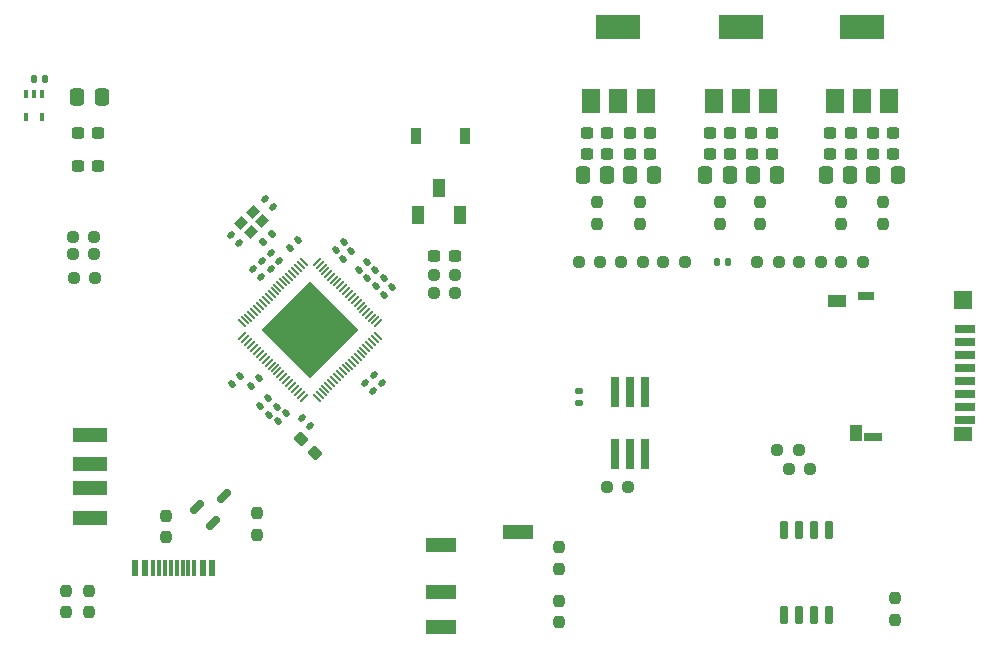
<source format=gbr>
%TF.GenerationSoftware,KiCad,Pcbnew,7.0.1*%
%TF.CreationDate,2023-09-20T00:41:56-04:00*%
%TF.ProjectId,Teacup.kicad_pcb-revB,54656163-7570-42e6-9b69-6361645f7063,B*%
%TF.SameCoordinates,Original*%
%TF.FileFunction,Paste,Top*%
%TF.FilePolarity,Positive*%
%FSLAX46Y46*%
G04 Gerber Fmt 4.6, Leading zero omitted, Abs format (unit mm)*
G04 Created by KiCad (PCBNEW 7.0.1) date 2023-09-20 00:41:56*
%MOMM*%
%LPD*%
G01*
G04 APERTURE LIST*
G04 Aperture macros list*
%AMRoundRect*
0 Rectangle with rounded corners*
0 $1 Rounding radius*
0 $2 $3 $4 $5 $6 $7 $8 $9 X,Y pos of 4 corners*
0 Add a 4 corners polygon primitive as box body*
4,1,4,$2,$3,$4,$5,$6,$7,$8,$9,$2,$3,0*
0 Add four circle primitives for the rounded corners*
1,1,$1+$1,$2,$3*
1,1,$1+$1,$4,$5*
1,1,$1+$1,$6,$7*
1,1,$1+$1,$8,$9*
0 Add four rect primitives between the rounded corners*
20,1,$1+$1,$2,$3,$4,$5,0*
20,1,$1+$1,$4,$5,$6,$7,0*
20,1,$1+$1,$6,$7,$8,$9,0*
20,1,$1+$1,$8,$9,$2,$3,0*%
%AMRotRect*
0 Rectangle, with rotation*
0 The origin of the aperture is its center*
0 $1 length*
0 $2 width*
0 $3 Rotation angle, in degrees counterclockwise*
0 Add horizontal line*
21,1,$1,$2,0,0,$3*%
G04 Aperture macros list end*
%ADD10RoundRect,0.237500X0.300000X0.237500X-0.300000X0.237500X-0.300000X-0.237500X0.300000X-0.237500X0*%
%ADD11RoundRect,0.237500X-0.300000X-0.237500X0.300000X-0.237500X0.300000X0.237500X-0.300000X0.237500X0*%
%ADD12RoundRect,0.140000X-0.219203X-0.021213X-0.021213X-0.219203X0.219203X0.021213X0.021213X0.219203X0*%
%ADD13R,1.500000X2.000000*%
%ADD14R,3.800000X2.000000*%
%ADD15R,0.400000X0.650000*%
%ADD16RoundRect,0.250000X-0.337500X-0.475000X0.337500X-0.475000X0.337500X0.475000X-0.337500X0.475000X0*%
%ADD17R,1.000000X1.600000*%
%ADD18RoundRect,0.140000X0.219203X0.021213X0.021213X0.219203X-0.219203X-0.021213X-0.021213X-0.219203X0*%
%ADD19RoundRect,0.237500X0.237500X-0.250000X0.237500X0.250000X-0.237500X0.250000X-0.237500X-0.250000X0*%
%ADD20RoundRect,0.237500X0.250000X0.237500X-0.250000X0.237500X-0.250000X-0.237500X0.250000X-0.237500X0*%
%ADD21RoundRect,0.250000X0.337500X0.475000X-0.337500X0.475000X-0.337500X-0.475000X0.337500X-0.475000X0*%
%ADD22RoundRect,0.237500X-0.250000X-0.237500X0.250000X-0.237500X0.250000X0.237500X-0.250000X0.237500X0*%
%ADD23RoundRect,0.140000X0.021213X-0.219203X0.219203X-0.021213X-0.021213X0.219203X-0.219203X0.021213X0*%
%ADD24R,0.950000X1.400000*%
%ADD25R,1.750000X0.700000*%
%ADD26R,1.000000X1.450000*%
%ADD27R,1.550000X1.000000*%
%ADD28R,1.500000X0.800000*%
%ADD29R,1.500000X1.300000*%
%ADD30R,1.500000X1.500000*%
%ADD31R,1.400000X0.800000*%
%ADD32R,0.600000X1.450000*%
%ADD33R,0.300000X1.450000*%
%ADD34R,2.500000X1.200000*%
%ADD35RoundRect,0.150000X-0.256326X-0.468458X0.468458X0.256326X0.256326X0.468458X-0.468458X-0.256326X0*%
%ADD36RoundRect,0.140000X-0.021213X0.219203X-0.219203X0.021213X0.021213X-0.219203X0.219203X-0.021213X0*%
%ADD37RotRect,0.150000X0.850000X45.000000*%
%ADD38RotRect,0.150000X0.850000X315.000000*%
%ADD39RotRect,5.800000X5.800000X315.000000*%
%ADD40RoundRect,0.150000X0.150000X-0.650000X0.150000X0.650000X-0.150000X0.650000X-0.150000X-0.650000X0*%
%ADD41RoundRect,0.140000X0.170000X-0.140000X0.170000X0.140000X-0.170000X0.140000X-0.170000X-0.140000X0*%
%ADD42R,3.000000X1.250000*%
%ADD43RoundRect,0.237500X-0.380070X0.044194X0.044194X-0.380070X0.380070X-0.044194X-0.044194X0.380070X0*%
%ADD44RoundRect,0.237500X-0.237500X0.250000X-0.237500X-0.250000X0.237500X-0.250000X0.237500X0.250000X0*%
%ADD45R,0.760000X2.650000*%
%ADD46RoundRect,0.140000X0.140000X0.170000X-0.140000X0.170000X-0.140000X-0.170000X0.140000X-0.170000X0*%
%ADD47RotRect,0.900000X0.800000X45.000000*%
%ADD48RoundRect,0.135000X0.035355X-0.226274X0.226274X-0.035355X-0.035355X0.226274X-0.226274X0.035355X0*%
%ADD49RoundRect,0.140000X-0.140000X-0.170000X0.140000X-0.170000X0.140000X0.170000X-0.140000X0.170000X0*%
G04 APERTURE END LIST*
D10*
%TO.C,C19*%
X37922500Y-18419999D03*
X36197500Y-18419999D03*
%TD*%
D11*
%TO.C,C2*%
X52737500Y-9800000D03*
X54462500Y-9800000D03*
%TD*%
D12*
%TO.C,C20*%
X18951922Y-16693954D03*
X19630744Y-17372776D03*
%TD*%
D13*
%TO.C,U2*%
X59900000Y-5350000D03*
X62200000Y-5350000D03*
D14*
X62200000Y950000D03*
D13*
X64500000Y-5350000D03*
%TD*%
D15*
%TO.C,U6*%
X2950000Y-4750000D03*
X2300000Y-4750000D03*
X1650000Y-4750000D03*
X1650000Y-6650000D03*
X2950000Y-6650000D03*
%TD*%
D16*
%TO.C,C1*%
X52762500Y-11600000D03*
X54837500Y-11600000D03*
%TD*%
D17*
%TO.C,S1*%
X34850000Y-15000000D03*
X36600000Y-12700000D03*
X38350000Y-15000000D03*
%TD*%
D18*
%TO.C,C37*%
X21529411Y-20209411D03*
X20850589Y-19530589D03*
%TD*%
D19*
%TO.C,R2*%
X53600000Y-15712500D03*
X53600000Y-13887500D03*
%TD*%
%TO.C,R3*%
X50000000Y-15712500D03*
X50000000Y-13887500D03*
%TD*%
D20*
%TO.C,R27*%
X7512500Y-20300000D03*
X5687500Y-20300000D03*
%TD*%
%TO.C,R28*%
X7412500Y-18300000D03*
X5587500Y-18300000D03*
%TD*%
D21*
%TO.C,C16*%
X75437500Y-11600000D03*
X73362500Y-11600000D03*
%TD*%
D22*
%TO.C,R18*%
X55587500Y-18987500D03*
X57412500Y-18987500D03*
%TD*%
D11*
%TO.C,C29*%
X6037500Y-8000000D03*
X7762500Y-8000000D03*
%TD*%
D12*
%TO.C,C21*%
X21855224Y-13612939D03*
X22534046Y-14291761D03*
%TD*%
%TO.C,C38*%
X31100589Y-28500589D03*
X31779411Y-29179411D03*
%TD*%
D22*
%TO.C,R17*%
X63537500Y-18987500D03*
X65362500Y-18987500D03*
%TD*%
D10*
%TO.C,C18*%
X75062500Y-8000000D03*
X73337500Y-8000000D03*
%TD*%
D22*
%TO.C,R13*%
X66217500Y-36480000D03*
X68042500Y-36480000D03*
%TD*%
D19*
%TO.C,R8*%
X70600000Y-15712500D03*
X70600000Y-13887500D03*
%TD*%
D23*
%TO.C,C25*%
X23960589Y-17739411D03*
X24639411Y-17060589D03*
%TD*%
D24*
%TO.C,S2*%
X34682500Y-8280000D03*
X38832500Y-8280000D03*
%TD*%
D18*
%TO.C,C30*%
X23039411Y-18889411D03*
X22360589Y-18210589D03*
%TD*%
D22*
%TO.C,R15*%
X70662500Y-18987500D03*
X72487500Y-18987500D03*
%TD*%
D25*
%TO.C,J2*%
X81110000Y-24645000D03*
X81110000Y-25745000D03*
X81110000Y-26845000D03*
X81110000Y-27945000D03*
X81110000Y-29045000D03*
X81110000Y-30145000D03*
X81110000Y-31245000D03*
X81110000Y-32345000D03*
D26*
X71885000Y-33470000D03*
D27*
X70310000Y-22245000D03*
D28*
X73385000Y-33795000D03*
D29*
X80985000Y-33545000D03*
D30*
X80985000Y-22195000D03*
D31*
X72735000Y-21845000D03*
%TD*%
D32*
%TO.C,J1*%
X10892500Y-44822500D03*
X11692500Y-44822500D03*
D33*
X12892500Y-44822500D03*
X13892500Y-44822500D03*
X14392500Y-44822500D03*
X15392500Y-44822500D03*
D32*
X16592500Y-44822500D03*
X17392500Y-44822500D03*
X17392500Y-44822500D03*
X16592500Y-44822500D03*
D33*
X15892500Y-44822500D03*
X14892500Y-44822500D03*
X13392500Y-44822500D03*
X12392500Y-44822500D03*
D32*
X11692500Y-44822500D03*
X10892500Y-44822500D03*
%TD*%
D11*
%TO.C,C15*%
X69737500Y-8000000D03*
X71462500Y-8000000D03*
%TD*%
D34*
%TO.C,J10*%
X36780000Y-46895000D03*
X36780000Y-49895000D03*
X43280000Y-41795000D03*
X36780000Y-42895000D03*
%TD*%
D10*
%TO.C,C5*%
X50862500Y-9800000D03*
X49137500Y-9800000D03*
%TD*%
D35*
%TO.C,D1*%
X16119581Y-39736917D03*
X17463083Y-41080419D03*
X18400000Y-38800000D03*
%TD*%
D10*
%TO.C,C12*%
X61262500Y-8000000D03*
X59537500Y-8000000D03*
%TD*%
D20*
%TO.C,R19*%
X53862500Y-18987500D03*
X52037500Y-18987500D03*
%TD*%
D36*
%TO.C,C43*%
X23689411Y-31760589D03*
X23010589Y-32439411D03*
%TD*%
%TO.C,C44*%
X19789411Y-28610589D03*
X19110589Y-29289411D03*
%TD*%
D37*
%TO.C,IC1*%
X25151992Y-18954757D03*
X24904505Y-19202245D03*
X24657017Y-19449732D03*
X24409530Y-19697220D03*
X24162043Y-19944707D03*
X23914555Y-20192194D03*
X23667068Y-20439682D03*
X23419581Y-20687169D03*
X23172093Y-20934656D03*
X22924606Y-21182144D03*
X22677119Y-21429631D03*
X22429631Y-21677119D03*
X22182144Y-21924606D03*
X21934656Y-22172093D03*
X21687169Y-22419581D03*
X21439682Y-22667068D03*
X21192194Y-22914555D03*
X20944707Y-23162043D03*
X20697220Y-23409530D03*
X20449732Y-23657017D03*
X20202245Y-23904505D03*
X19954757Y-24151992D03*
D38*
X19954757Y-25248008D03*
X20202245Y-25495495D03*
X20449732Y-25742983D03*
X20697220Y-25990470D03*
X20944707Y-26237957D03*
X21192194Y-26485445D03*
X21439682Y-26732932D03*
X21687169Y-26980419D03*
X21934656Y-27227907D03*
X22182144Y-27475394D03*
X22429631Y-27722881D03*
X22677119Y-27970369D03*
X22924606Y-28217856D03*
X23172093Y-28465344D03*
X23419581Y-28712831D03*
X23667068Y-28960318D03*
X23914555Y-29207806D03*
X24162043Y-29455293D03*
X24409530Y-29702780D03*
X24657017Y-29950268D03*
X24904505Y-30197755D03*
X25151992Y-30445243D03*
D37*
X26248008Y-30445243D03*
X26495495Y-30197755D03*
X26742983Y-29950268D03*
X26990470Y-29702780D03*
X27237957Y-29455293D03*
X27485445Y-29207806D03*
X27732932Y-28960318D03*
X27980419Y-28712831D03*
X28227907Y-28465344D03*
X28475394Y-28217856D03*
X28722881Y-27970369D03*
X28970369Y-27722881D03*
X29217856Y-27475394D03*
X29465344Y-27227907D03*
X29712831Y-26980419D03*
X29960318Y-26732932D03*
X30207806Y-26485445D03*
X30455293Y-26237957D03*
X30702780Y-25990470D03*
X30950268Y-25742983D03*
X31197755Y-25495495D03*
X31445243Y-25248008D03*
D38*
X31445243Y-24151992D03*
X31197755Y-23904505D03*
X30950268Y-23657017D03*
X30702780Y-23409530D03*
X30455293Y-23162043D03*
X30207806Y-22914555D03*
X29960318Y-22667068D03*
X29712831Y-22419581D03*
X29465344Y-22172093D03*
X29217856Y-21924606D03*
X28970369Y-21677119D03*
X28722881Y-21429631D03*
X28475394Y-21182144D03*
X28227907Y-20934656D03*
X27980419Y-20687169D03*
X27732932Y-20439682D03*
X27485445Y-20192194D03*
X27237957Y-19944707D03*
X26990470Y-19697220D03*
X26742983Y-19449732D03*
X26495495Y-19202245D03*
X26248008Y-18954757D03*
D39*
X25700000Y-24700000D03*
%TD*%
D20*
%TO.C,R16*%
X68912500Y-18987500D03*
X67087500Y-18987500D03*
%TD*%
D19*
%TO.C,R1*%
X5050000Y-48622500D03*
X5050000Y-46797500D03*
%TD*%
%TO.C,R12*%
X75200000Y-49232500D03*
X75200000Y-47407500D03*
%TD*%
D13*
%TO.C,U3*%
X70100000Y-5350000D03*
X72400000Y-5350000D03*
D14*
X72400000Y950000D03*
D13*
X74700000Y-5350000D03*
%TD*%
D20*
%TO.C,R11*%
X37972500Y-20020000D03*
X36147500Y-20020000D03*
%TD*%
D16*
%TO.C,C13*%
X69362500Y-11600000D03*
X71437500Y-11600000D03*
%TD*%
D36*
%TO.C,C39*%
X22109411Y-30450589D03*
X21430589Y-31129411D03*
%TD*%
D13*
%TO.C,U1*%
X49500000Y-5350000D03*
X51800000Y-5350000D03*
D14*
X51800000Y950000D03*
D13*
X54100000Y-5350000D03*
%TD*%
D11*
%TO.C,C9*%
X63037500Y-8000000D03*
X64762500Y-8000000D03*
%TD*%
D40*
%TO.C,U4*%
X65835000Y-48810000D03*
X67105000Y-48810000D03*
X68375000Y-48810000D03*
X69645000Y-48810000D03*
X69645000Y-41610000D03*
X68375000Y-41610000D03*
X67105000Y-41610000D03*
X65835000Y-41610000D03*
%TD*%
D11*
%TO.C,C33*%
X6037500Y-10800000D03*
X7762500Y-10800000D03*
%TD*%
D18*
%TO.C,C34*%
X22339411Y-19589411D03*
X21660589Y-18910589D03*
%TD*%
D41*
%TO.C,C23*%
X48500000Y-30870000D03*
X48500000Y-29910000D03*
%TD*%
D42*
%TO.C,J3*%
X7080000Y-33600000D03*
X7080000Y-36100000D03*
X7080000Y-38100000D03*
X7080000Y-40600000D03*
%TD*%
D10*
%TO.C,C11*%
X61262500Y-9800000D03*
X59537500Y-9800000D03*
%TD*%
D19*
%TO.C,R9*%
X74200000Y-15712500D03*
X74200000Y-13887500D03*
%TD*%
D23*
%TO.C,C46*%
X31960589Y-21739411D03*
X32639411Y-21060589D03*
%TD*%
%TO.C,C45*%
X28460589Y-18739411D03*
X29139411Y-18060589D03*
%TD*%
D11*
%TO.C,C8*%
X63075000Y-9800000D03*
X64800000Y-9800000D03*
%TD*%
D20*
%TO.C,R22*%
X52612500Y-37990000D03*
X50787500Y-37990000D03*
%TD*%
D43*
%TO.C,C22*%
X24890120Y-33940120D03*
X26109880Y-35159880D03*
%TD*%
D10*
%TO.C,C6*%
X50862500Y-8000000D03*
X49137500Y-8000000D03*
%TD*%
D44*
%TO.C,R23*%
X46750000Y-43117500D03*
X46750000Y-44942500D03*
%TD*%
D19*
%TO.C,R25*%
X7000000Y-48622500D03*
X7000000Y-46797500D03*
%TD*%
%TO.C,R24*%
X46780000Y-49452500D03*
X46780000Y-47627500D03*
%TD*%
D10*
%TO.C,C17*%
X75062500Y-9800000D03*
X73337500Y-9800000D03*
%TD*%
D12*
%TO.C,C42*%
X30350589Y-29200589D03*
X31029411Y-29879411D03*
%TD*%
D19*
%TO.C,R7*%
X60400000Y-15712500D03*
X60400000Y-13887500D03*
%TD*%
D23*
%TO.C,C41*%
X30540589Y-20339411D03*
X31219411Y-19660589D03*
%TD*%
%TO.C,C26*%
X31250589Y-21029411D03*
X31929411Y-20350589D03*
%TD*%
D36*
%TO.C,C32*%
X21339411Y-28810589D03*
X20660589Y-29489411D03*
%TD*%
D45*
%TO.C,SW1*%
X51530000Y-35215000D03*
X52800000Y-35215000D03*
X54070000Y-35215000D03*
X54070000Y-29965000D03*
X52800000Y-29965000D03*
X51530000Y-29965000D03*
%TD*%
D46*
%TO.C,C40*%
X3280000Y-3500000D03*
X2320000Y-3500000D03*
%TD*%
D12*
%TO.C,C31*%
X25010589Y-32160589D03*
X25689411Y-32839411D03*
%TD*%
D20*
%TO.C,R10*%
X37972500Y-21619999D03*
X36147500Y-21619999D03*
%TD*%
%TO.C,R14*%
X67082500Y-34840000D03*
X65257500Y-34840000D03*
%TD*%
D16*
%TO.C,C7*%
X63162500Y-11600000D03*
X65237500Y-11600000D03*
%TD*%
D19*
%TO.C,R5*%
X21170000Y-42072500D03*
X21170000Y-40247500D03*
%TD*%
D36*
%TO.C,C28*%
X22849411Y-31210589D03*
X22170589Y-31889411D03*
%TD*%
D47*
%TO.C,Y1*%
X20652514Y-16450000D03*
X21642463Y-15460051D03*
X20864646Y-14682234D03*
X19874697Y-15672183D03*
%TD*%
D23*
%TO.C,C36*%
X27860589Y-17939411D03*
X28539411Y-17260589D03*
%TD*%
D19*
%TO.C,R6*%
X63800000Y-15712500D03*
X63800000Y-13887500D03*
%TD*%
D20*
%TO.C,R26*%
X7412500Y-16800000D03*
X5587500Y-16800000D03*
%TD*%
D11*
%TO.C,C14*%
X69737500Y-9800000D03*
X71462500Y-9800000D03*
%TD*%
D48*
%TO.C,R21*%
X21730852Y-17280852D03*
X22452100Y-16559604D03*
%TD*%
D11*
%TO.C,C3*%
X52737500Y-8000000D03*
X54462500Y-8000000D03*
%TD*%
D22*
%TO.C,R20*%
X48437500Y-18987500D03*
X50262500Y-18987500D03*
%TD*%
D44*
%TO.C,R4*%
X13530000Y-40437500D03*
X13530000Y-42262500D03*
%TD*%
D23*
%TO.C,C35*%
X29840589Y-19619411D03*
X30519411Y-18940589D03*
%TD*%
D21*
%TO.C,C10*%
X61237500Y-11600000D03*
X59162500Y-11600000D03*
%TD*%
D49*
%TO.C,C24*%
X60145000Y-18987500D03*
X61105000Y-18987500D03*
%TD*%
D16*
%TO.C,C27*%
X5962500Y-5000000D03*
X8037500Y-5000000D03*
%TD*%
D21*
%TO.C,C4*%
X50837500Y-11600000D03*
X48762500Y-11600000D03*
%TD*%
M02*

</source>
